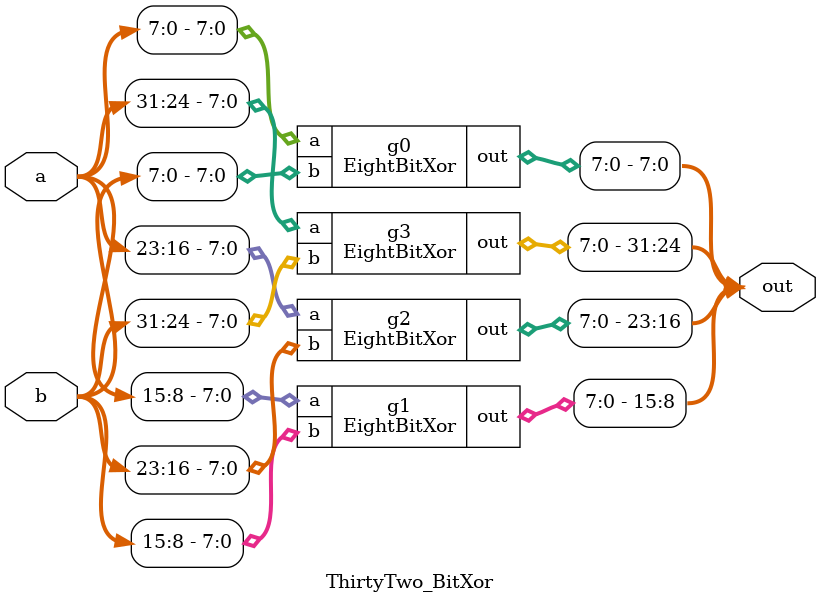
<source format=v>
`timescale 1ns / 1ps


//Xor gate
module EightBitXor(out,a,b);
 //Input and output ports
 input[7:0]a,b;
 output[7:0]out;


 //Xor-gate
 xor g0(out[0],a[0],b[0]);
 xor g1(out[1],a[1],b[1]);
 xor g2(out[2],a[2],b[2]);
 xor g3(out[3],a[3],b[3]);
 xor g4(out[4],a[4],b[4]);
 xor g5(out[5],a[5],b[5]);
 xor g6(out[6],a[6],b[6]);
 xor g7(out[7],a[7],b[7]);

endmodule


//32 Bit Xor
module ThirtyTwo_BitXor(out,a,b);
 //Input and output ports
 input[31:0]a,b;
 output[31:0]out;

 //Xor-gate
 EightBitXor g0(out[7:0],a[7:0],b[7:0]);
 EightBitXor g1(out[15:8],a[15:8],b[15:8]);
 EightBitXor g2(out[23:16],a[23:16],b[23:16]);
 EightBitXor g3(out[31:24],a[31:24],b[31:24]);

endmodule   

</source>
